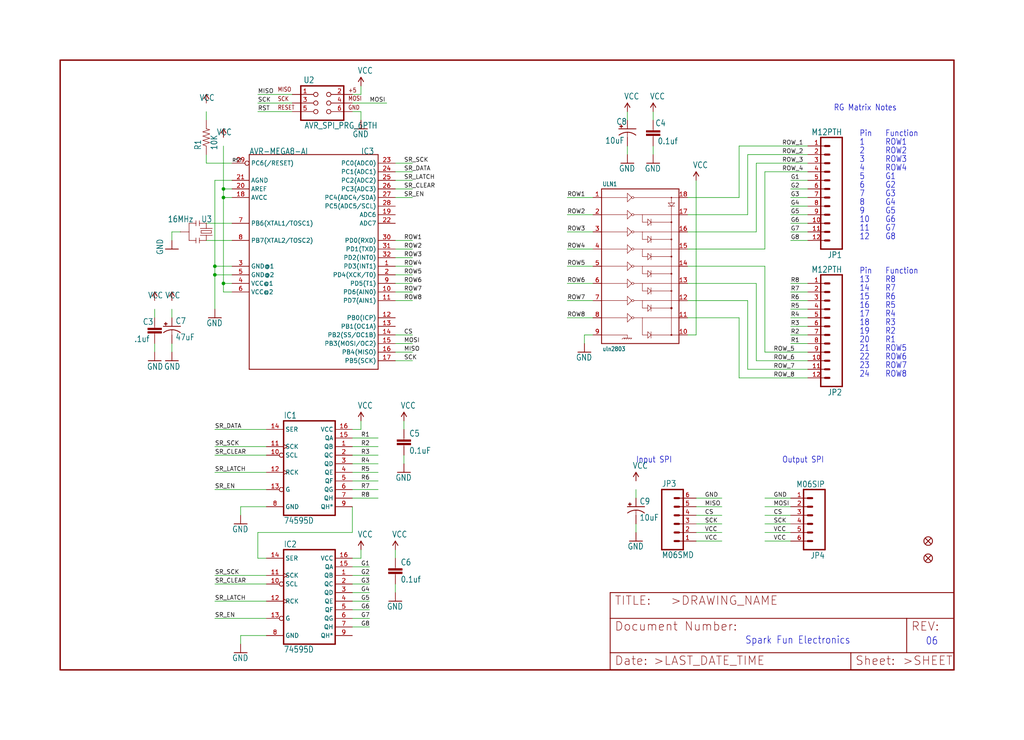
<source format=kicad_sch>
(kicad_sch (version 20211123) (generator eeschema)
  (paper "User" 302.666 218.846)
  (lib_symbols
    (symbol "schematicEagle-eagle-import:74595D"
      (property "Reference" "IC" (at -5.08 13.335 0))
      (property "Value" "74595D" (at -5.08 -17.78 0))
      (symbol "74595D_1_0"
        (pin tri_state line (at 15.24 5.08 180) (length 5.08) (name "QB") (number "1"))
        (pin input inverted (at -10.16 2.54 0) (length 5.08) (name "SCL") (number "10"))
        (pin input clock (at -10.16 5.08 0) (length 5.08) (name "SCK") (number "11"))
        (pin input clock (at -10.16 -2.54 0) (length 5.08) (name "RCK") (number "12"))
        (pin input inverted (at -10.16 -7.62 0) (length 5.08) (name "G") (number "13"))
        (pin input line (at -10.16 10.16 0) (length 5.08) (name "SER") (number "14"))
        (pin tri_state line (at 15.24 7.62 180) (length 5.08) (name "QA") (number "15"))
        (pin power_in line (at 15.24 10.16 180) (length 5.08) (name "VCC") (number "16"))
        (pin tri_state line (at 15.24 2.54 180) (length 5.08) (name "QC") (number "2"))
        (pin tri_state line (at 15.24 0 180) (length 5.08) (name "QD") (number "3"))
        (pin tri_state line (at 15.24 -2.54 180) (length 5.08) (name "QE") (number "4"))
        (pin tri_state line (at 15.24 -5.08 180) (length 5.08) (name "QF") (number "5"))
        (pin tri_state line (at 15.24 -7.62 180) (length 5.08) (name "QG") (number "6"))
        (pin tri_state line (at 15.24 -10.16 180) (length 5.08) (name "QH") (number "7"))
        (pin power_in line (at -10.16 -12.7 0) (length 5.08) (name "GND") (number "8"))
        (pin tri_state line (at 15.24 -12.7 180) (length 5.08) (name "QH*") (number "9"))
      )
    )
    (symbol "schematicEagle-eagle-import:AVR-MEGA8-AI"
      (property "Reference" "IC" (at -17.78 -40.64 0))
      (property "Value" "AVR-MEGA8-AI" (at -5.08 30.48 0))
      (symbol "AVR-MEGA8-AI_1_0"
        (pin bidirectional line (at 25.4 -5.08 180) (length 5.08) (name "PD3(INT1)") (number "1"))
        (pin bidirectional line (at 25.4 -12.7 180) (length 5.08) (name "PD6(AIN0)") (number "10"))
        (pin bidirectional line (at 25.4 -15.24 180) (length 5.08) (name "PD7(AIN1)") (number "11"))
        (pin bidirectional line (at 25.4 -20.32 180) (length 5.08) (name "PB0(ICP)") (number "12"))
        (pin bidirectional line (at 25.4 -22.86 180) (length 5.08) (name "PB1(OC1A)") (number "13"))
        (pin bidirectional line (at 25.4 -25.4 180) (length 5.08) (name "PB2(SS/OC1B)") (number "14"))
        (pin bidirectional line (at 25.4 -27.94 180) (length 5.08) (name "PB3(MOSI/OC2)") (number "15"))
        (pin bidirectional line (at 25.4 -30.48 180) (length 5.08) (name "PB4(MISO)") (number "16"))
        (pin bidirectional line (at 25.4 -33.02 180) (length 5.08) (name "PB5(SCK)") (number "17"))
        (pin bidirectional line (at -22.86 15.24 0) (length 5.08) (name "AVCC") (number "18"))
        (pin bidirectional line (at 25.4 10.16 180) (length 5.08) (name "ADC6") (number "19"))
        (pin bidirectional line (at 25.4 -7.62 180) (length 5.08) (name "PD4(XCK/T0)") (number "2"))
        (pin bidirectional line (at -22.86 17.78 0) (length 5.08) (name "AREF") (number "20"))
        (pin bidirectional line (at -22.86 20.32 0) (length 5.08) (name "AGND") (number "21"))
        (pin bidirectional line (at 25.4 7.62 180) (length 5.08) (name "ADC7") (number "22"))
        (pin bidirectional line (at 25.4 25.4 180) (length 5.08) (name "PC0(ADC0)") (number "23"))
        (pin bidirectional line (at 25.4 22.86 180) (length 5.08) (name "PC1(ADC1)") (number "24"))
        (pin bidirectional line (at 25.4 20.32 180) (length 5.08) (name "PC2(ADC2)") (number "25"))
        (pin bidirectional line (at 25.4 17.78 180) (length 5.08) (name "PC3(ADC3)") (number "26"))
        (pin bidirectional line (at 25.4 15.24 180) (length 5.08) (name "PC4(ADC4/SDA)") (number "27"))
        (pin bidirectional line (at 25.4 12.7 180) (length 5.08) (name "PC5(ADC5/SCL)") (number "28"))
        (pin bidirectional inverted (at -22.86 25.4 0) (length 5.08) (name "PC6(/RESET)") (number "29"))
        (pin bidirectional line (at -22.86 -5.08 0) (length 5.08) (name "GND@1") (number "3"))
        (pin bidirectional line (at 25.4 2.54 180) (length 5.08) (name "PD0(RXD)") (number "30"))
        (pin bidirectional line (at 25.4 0 180) (length 5.08) (name "PD1(TXD)") (number "31"))
        (pin bidirectional line (at 25.4 -2.54 180) (length 5.08) (name "PD2(INT0)") (number "32"))
        (pin bidirectional line (at -22.86 -10.16 0) (length 5.08) (name "VCC@1") (number "4"))
        (pin bidirectional line (at -22.86 -7.62 0) (length 5.08) (name "GND@2") (number "5"))
        (pin bidirectional line (at -22.86 -12.7 0) (length 5.08) (name "VCC@2") (number "6"))
        (pin bidirectional line (at -22.86 7.62 0) (length 5.08) (name "PB6(XTAL1/TOSC1)") (number "7"))
        (pin bidirectional line (at -22.86 2.54 0) (length 5.08) (name "PB7(XTAL2/TOSC2)") (number "8"))
        (pin bidirectional line (at 25.4 -10.16 180) (length 5.08) (name "PD5(T1)") (number "9"))
      )
    )
    (symbol "schematicEagle-eagle-import:AVR_SPI_PRG_6PTH"
      (property "Value" "AVR_SPI_PRG_6PTH" (at -4.064 -7.62 0))
      (symbol "AVR_SPI_PRG_6PTH_1_0"
        (text "+5" (at 8.89 3.048 0) (effects (font (size 1.27 1.0795)) (justify left bottom)))
        (text "GND" (at 8.89 -2.032 0) (effects (font (size 1.27 1.0795)) (justify left bottom)))
        (text "MISO" (at -11.938 3.302 0) (effects (font (size 1.27 1.0795)) (justify left bottom)))
        (text "MOSI" (at 8.89 0.635 0) (effects (font (size 1.27 1.0795)) (justify left bottom)))
        (text "RESET" (at -11.938 -2.032 0) (effects (font (size 1.27 1.0795)) (justify left bottom)))
        (text "SCK" (at -11.938 0.508 0) (effects (font (size 1.27 1.0795)) (justify left bottom)))
        (pin passive inverted (at -7.62 2.54 0) (length 7.62) (name "1") (number "1"))
        (pin passive inverted (at 10.16 2.54 180) (length 7.62) (name "2") (number "2"))
        (pin passive inverted (at -7.62 0 0) (length 7.62) (name "3") (number "3"))
        (pin passive inverted (at 10.16 0 180) (length 7.62) (name "4") (number "4"))
        (pin passive inverted (at -7.62 -2.54 0) (length 7.62) (name "5") (number "5"))
        (pin passive inverted (at 10.16 -2.54 180) (length 7.62) (name "6") (number "6"))
      )
    )
    (symbol "schematicEagle-eagle-import:CAP0402"
      (property "Reference" "C" (at 1.524 2.921 0))
      (property "Value" "CAP0402" (at 1.524 -2.159 0))
      (symbol "CAP0402_1_0"
        (pin passive line (at 0 5.08 270) (length 2.54) (name "1") (number "1"))
        (pin passive line (at 0 -2.54 90) (length 2.54) (name "2") (number "2"))
      )
    )
    (symbol "schematicEagle-eagle-import:CAP_POL1206"
      (property "Reference" "C" (at 1.016 0.635 0))
      (property "Value" "CAP_POL1206" (at 1.016 -4.191 0))
      (symbol "CAP_POL1206_1_0"
        (pin passive line (at 0 2.54 270) (length 2.54) (name "+") (number "A"))
        (pin passive line (at 0 -5.08 90) (length 2.54) (name "-") (number "C"))
      )
    )
    (symbol "schematicEagle-eagle-import:CAP_POL3528"
      (property "Reference" "C" (at 1.016 0.635 0))
      (property "Value" "CAP_POL3528" (at 1.016 -4.191 0))
      (symbol "CAP_POL3528_1_0"
        (pin passive line (at 0 2.54 270) (length 2.54) (name "+") (number "A"))
        (pin passive line (at 0 -5.08 90) (length 2.54) (name "-") (number "C"))
      )
    )
    (symbol "schematicEagle-eagle-import:DINA4_L"
      (symbol "DINA4_L_2_0"
        (text ">DRAWING_NAME" (at 17.78 19.05 0) (effects (font (size 2.54 2.54)) (justify left bottom)))
        (text ">LAST_DATE_TIME" (at 12.7 1.27 0) (effects (font (size 2.54 2.54)) (justify left bottom)))
        (text ">SHEET" (at 86.36 1.27 0) (effects (font (size 2.54 2.54)) (justify left bottom)))
        (text "Date:" (at 1.27 1.27 0) (effects (font (size 2.54 2.54)) (justify left bottom)))
        (text "Document Number:" (at 1.27 11.43 0) (effects (font (size 2.54 2.54)) (justify left bottom)))
        (text "REV:" (at 88.9 11.43 0) (effects (font (size 2.54 2.54)) (justify left bottom)))
        (text "Sheet:" (at 72.39 1.27 0) (effects (font (size 2.54 2.54)) (justify left bottom)))
        (text "TITLE:" (at 1.27 19.05 0) (effects (font (size 2.54 2.54)) (justify left bottom)))
      )
    )
    (symbol "schematicEagle-eagle-import:FIDUCIAL1X2")
    (symbol "schematicEagle-eagle-import:GND" (power)
      (property "Value" "GND" (at -2.54 -2.54 0))
      (symbol "GND_1_0"
        (pin power_in line (at 0 2.54 270) (length 2.54) (name "GND") (number "1"))
      )
    )
    (symbol "schematicEagle-eagle-import:M06SIP"
      (property "Reference" "JP" (at -5.08 10.922 0))
      (property "Value" "M06SIP" (at -5.08 -10.16 0))
      (symbol "M06SIP_1_0"
        (pin passive line (at 5.08 -5.08 180) (length 5.08) (name "1") (number "1"))
        (pin passive line (at 5.08 -2.54 180) (length 5.08) (name "2") (number "2"))
        (pin passive line (at 5.08 0 180) (length 5.08) (name "3") (number "3"))
        (pin passive line (at 5.08 2.54 180) (length 5.08) (name "4") (number "4"))
        (pin passive line (at 5.08 5.08 180) (length 5.08) (name "5") (number "5"))
        (pin passive line (at 5.08 7.62 180) (length 5.08) (name "6") (number "6"))
      )
    )
    (symbol "schematicEagle-eagle-import:M06SMD"
      (property "Reference" "JP" (at -5.08 10.922 0))
      (property "Value" "M06SMD" (at -5.08 -10.16 0))
      (symbol "M06SMD_1_0"
        (pin passive line (at 5.08 -5.08 180) (length 5.08) (name "1") (number "1"))
        (pin passive line (at 5.08 -2.54 180) (length 5.08) (name "2") (number "2"))
        (pin passive line (at 5.08 0 180) (length 5.08) (name "3") (number "3"))
        (pin passive line (at 5.08 2.54 180) (length 5.08) (name "4") (number "4"))
        (pin passive line (at 5.08 5.08 180) (length 5.08) (name "5") (number "5"))
        (pin passive line (at 5.08 7.62 180) (length 5.08) (name "6") (number "6"))
      )
    )
    (symbol "schematicEagle-eagle-import:M12PTH"
      (property "Reference" "JP" (at 0 16.002 0))
      (property "Value" "M12PTH" (at 0 -20.32 0))
      (symbol "M12PTH_1_0"
        (pin passive line (at 10.16 -15.24 180) (length 5.08) (name "1") (number "1"))
        (pin passive line (at 10.16 7.62 180) (length 5.08) (name "10") (number "10"))
        (pin passive line (at 10.16 10.16 180) (length 5.08) (name "11") (number "11"))
        (pin passive line (at 10.16 12.7 180) (length 5.08) (name "12") (number "12"))
        (pin passive line (at 10.16 -12.7 180) (length 5.08) (name "2") (number "2"))
        (pin passive line (at 10.16 -10.16 180) (length 5.08) (name "3") (number "3"))
        (pin passive line (at 10.16 -7.62 180) (length 5.08) (name "4") (number "4"))
        (pin passive line (at 10.16 -5.08 180) (length 5.08) (name "5") (number "5"))
        (pin passive line (at 10.16 -2.54 180) (length 5.08) (name "6") (number "6"))
        (pin passive line (at 10.16 0 180) (length 5.08) (name "7") (number "7"))
        (pin passive line (at 10.16 2.54 180) (length 5.08) (name "8") (number "8"))
        (pin passive line (at 10.16 5.08 180) (length 5.08) (name "9") (number "9"))
      )
    )
    (symbol "schematicEagle-eagle-import:RESISTOR0402"
      (property "Reference" "R" (at -3.81 1.4986 0))
      (property "Value" "RESISTOR0402" (at -3.81 -3.302 0))
      (symbol "RESISTOR0402_1_0"
        (pin passive line (at -5.08 0 0) (length 2.54) (name "1") (number "1"))
        (pin passive line (at 5.08 0 180) (length 2.54) (name "2") (number "2"))
      )
    )
    (symbol "schematicEagle-eagle-import:RESONATORSMD"
      (property "Value" "RESONATORSMD" (at 2.54 -7.62 0))
      (symbol "RESONATORSMD_1_0"
        (pin passive line (at -2.54 0 0) (length 0) (name "1") (number "1"))
        (pin passive line (at 0 -7.62 90) (length 0) (name "2") (number "2"))
        (pin passive line (at 2.54 0 180) (length 0) (name "3") (number "3"))
      )
    )
    (symbol "schematicEagle-eagle-import:ULN2803SOICW"
      (property "Reference" "ULN2803" (at -9.906 21.082 0))
      (property "Value" "ULN2803SOICW" (at -9.906 -27.686 0))
      (symbol "ULN2803SOICW_1_0"
        (pin bidirectional line (at -12.7 17.78 0) (length 2.54) (name "1") (number "1"))
        (pin bidirectional line (at 15.24 -22.86 180) (length 2.54) (name "10") (number "10"))
        (pin bidirectional line (at 15.24 -17.78 180) (length 2.54) (name "11") (number "11"))
        (pin bidirectional line (at 15.24 -12.7 180) (length 2.54) (name "12") (number "12"))
        (pin bidirectional line (at 15.24 -7.62 180) (length 2.54) (name "13") (number "13"))
        (pin bidirectional line (at 15.24 -2.54 180) (length 2.54) (name "14") (number "14"))
        (pin bidirectional line (at 15.24 2.54 180) (length 2.54) (name "15") (number "15"))
        (pin bidirectional line (at 15.24 7.62 180) (length 2.54) (name "16") (number "16"))
        (pin bidirectional line (at 15.24 12.7 180) (length 2.54) (name "17") (number "17"))
        (pin bidirectional line (at 15.24 17.78 180) (length 2.54) (name "18") (number "18"))
        (pin bidirectional line (at -12.7 12.7 0) (length 2.54) (name "2") (number "2"))
        (pin bidirectional line (at -12.7 7.62 0) (length 2.54) (name "3") (number "3"))
        (pin bidirectional line (at -12.7 2.54 0) (length 2.54) (name "4") (number "4"))
        (pin bidirectional line (at -12.7 -2.54 0) (length 2.54) (name "5") (number "5"))
        (pin bidirectional line (at -12.7 -7.62 0) (length 2.54) (name "6") (number "6"))
        (pin bidirectional line (at -12.7 -12.7 0) (length 2.54) (name "7") (number "7"))
        (pin bidirectional line (at -12.7 -17.78 0) (length 2.54) (name "8") (number "8"))
        (pin bidirectional line (at -12.7 -22.86 0) (length 2.54) (name "9") (number "9"))
      )
    )
    (symbol "schematicEagle-eagle-import:VCC" (power)
      (property "Value" "VCC" (at -1.016 3.556 0))
      (symbol "VCC_1_0"
        (pin power_in line (at 0 0 90) (length 2.54) (name "VCC") (number "1"))
      )
    )
  )
  (junction (at 66.04 58.42))
  (junction (at 66.04 55.88))
  (junction (at 66.04 83.82))
  (junction (at 63.5 78.74))
  (junction (at 63.5 81.28))
  (wire (pts (xy 104.14 33.02) (xy 106.68 33.02)))
  (wire (pts (xy 106.68 127) (xy 106.68 124.46)))
  (wire (pts (xy 175.26 88.9) (xy 167.64 88.9)))
  (wire (pts (xy 78.74 127) (xy 63.5 127)))
  (wire (pts (xy 119.38 137.16) (xy 119.38 134.62)))
  (wire (pts (xy 68.58 48.26) (xy 66.04 48.26)))
  (wire (pts (xy 78.74 144.78) (xy 63.5 144.78)))
  (wire (pts (xy 78.74 177.8) (xy 63.5 177.8)))
  (wire (pts (xy 220.98 63.5) (xy 220.98 45.72)))
  (wire (pts (xy 78.74 182.88) (xy 63.5 182.88)))
  (wire (pts (xy 218.44 58.42) (xy 218.44 43.18)))
  (wire (pts (xy 106.68 27.94) (xy 104.14 27.94)))
  (wire (pts (xy 50.8 68.58) (xy 50.8 71.12)))
  (wire (pts (xy 106.68 27.94) (xy 106.68 25.4)))
  (wire (pts (xy 116.84 165.1) (xy 116.84 162.56)))
  (wire (pts (xy 104.14 139.7) (xy 111.76 139.7)))
  (wire (pts (xy 187.96 144.78) (xy 187.96 147.32)))
  (wire (pts (xy 205.74 147.32) (xy 213.36 147.32)))
  (wire (pts (xy 238.76 68.58) (xy 233.68 68.58)))
  (wire (pts (xy 238.76 93.98) (xy 233.68 93.98)))
  (wire (pts (xy 175.26 83.82) (xy 167.64 83.82)))
  (wire (pts (xy 76.2 33.02) (xy 86.36 33.02)))
  (wire (pts (xy 104.14 137.16) (xy 111.76 137.16)))
  (wire (pts (xy 116.84 83.82) (xy 121.92 83.82)))
  (wire (pts (xy 116.84 55.88) (xy 121.92 55.88)))
  (wire (pts (xy 233.68 149.86) (xy 226.06 149.86)))
  (wire (pts (xy 238.76 53.34) (xy 233.68 53.34)))
  (wire (pts (xy 238.76 60.96) (xy 233.68 60.96)))
  (wire (pts (xy 226.06 78.74) (xy 226.06 104.14)))
  (wire (pts (xy 104.14 182.88) (xy 109.22 182.88)))
  (wire (pts (xy 116.84 50.8) (xy 121.92 50.8)))
  (wire (pts (xy 68.58 81.28) (xy 63.5 81.28)))
  (wire (pts (xy 78.74 132.08) (xy 63.5 132.08)))
  (wire (pts (xy 104.14 180.34) (xy 109.22 180.34)))
  (wire (pts (xy 104.14 185.42) (xy 109.22 185.42)))
  (wire (pts (xy 116.84 99.06) (xy 121.92 99.06)))
  (wire (pts (xy 193.04 35.56) (xy 193.04 33.02)))
  (wire (pts (xy 104.14 147.32) (xy 111.76 147.32)))
  (wire (pts (xy 63.5 81.28) (xy 63.5 91.44)))
  (wire (pts (xy 175.26 58.42) (xy 167.64 58.42)))
  (wire (pts (xy 220.98 109.22) (xy 220.98 88.9)))
  (wire (pts (xy 116.84 58.42) (xy 121.92 58.42)))
  (wire (pts (xy 203.2 63.5) (xy 220.98 63.5)))
  (wire (pts (xy 104.14 134.62) (xy 111.76 134.62)))
  (wire (pts (xy 218.44 43.18) (xy 238.76 43.18)))
  (wire (pts (xy 78.74 170.18) (xy 63.5 170.18)))
  (wire (pts (xy 78.74 172.72) (xy 63.5 172.72)))
  (wire (pts (xy 175.26 93.98) (xy 167.64 93.98)))
  (wire (pts (xy 205.74 99.06) (xy 205.74 53.34)))
  (wire (pts (xy 78.74 149.86) (xy 71.12 149.86)))
  (wire (pts (xy 226.06 50.8) (xy 238.76 50.8)))
  (wire (pts (xy 205.74 154.94) (xy 213.36 154.94)))
  (wire (pts (xy 78.74 134.62) (xy 63.5 134.62)))
  (wire (pts (xy 238.76 66.04) (xy 233.68 66.04)))
  (wire (pts (xy 175.26 73.66) (xy 167.64 73.66)))
  (wire (pts (xy 223.52 83.82) (xy 223.52 106.68)))
  (wire (pts (xy 66.04 86.36) (xy 66.04 83.82)))
  (wire (pts (xy 203.2 99.06) (xy 205.74 99.06)))
  (wire (pts (xy 220.98 45.72) (xy 238.76 45.72)))
  (wire (pts (xy 205.74 157.48) (xy 213.36 157.48)))
  (wire (pts (xy 205.74 152.4) (xy 213.36 152.4)))
  (wire (pts (xy 53.34 68.58) (xy 50.8 68.58)))
  (wire (pts (xy 104.14 170.18) (xy 109.22 170.18)))
  (wire (pts (xy 116.84 175.26) (xy 116.84 172.72)))
  (wire (pts (xy 63.5 78.74) (xy 63.5 81.28)))
  (wire (pts (xy 66.04 83.82) (xy 66.04 58.42)))
  (wire (pts (xy 172.72 99.06) (xy 172.72 101.6)))
  (wire (pts (xy 76.2 30.48) (xy 86.36 30.48)))
  (wire (pts (xy 223.52 106.68) (xy 238.76 106.68)))
  (wire (pts (xy 76.2 157.48) (xy 104.14 157.48)))
  (wire (pts (xy 104.14 30.48) (xy 114.3 30.48)))
  (wire (pts (xy 116.84 78.74) (xy 121.92 78.74)))
  (wire (pts (xy 50.8 93.98) (xy 50.8 91.44)))
  (wire (pts (xy 238.76 99.06) (xy 233.68 99.06)))
  (wire (pts (xy 116.84 88.9) (xy 121.92 88.9)))
  (wire (pts (xy 116.84 106.68) (xy 121.92 106.68)))
  (wire (pts (xy 68.58 55.88) (xy 66.04 55.88)))
  (wire (pts (xy 116.84 81.28) (xy 121.92 81.28)))
  (wire (pts (xy 45.72 93.98) (xy 45.72 91.44)))
  (wire (pts (xy 68.58 78.74) (xy 63.5 78.74)))
  (wire (pts (xy 104.14 142.24) (xy 111.76 142.24)))
  (wire (pts (xy 175.26 99.06) (xy 172.72 99.06)))
  (wire (pts (xy 104.14 132.08) (xy 111.76 132.08)))
  (wire (pts (xy 104.14 165.1) (xy 106.68 165.1)))
  (wire (pts (xy 238.76 55.88) (xy 233.68 55.88)))
  (wire (pts (xy 76.2 165.1) (xy 76.2 157.48)))
  (wire (pts (xy 68.58 83.82) (xy 66.04 83.82)))
  (wire (pts (xy 116.84 104.14) (xy 121.92 104.14)))
  (wire (pts (xy 60.96 48.26) (xy 60.96 45.72)))
  (wire (pts (xy 71.12 187.96) (xy 71.12 190.5)))
  (wire (pts (xy 66.04 48.26) (xy 60.96 48.26)))
  (wire (pts (xy 116.84 48.26) (xy 121.92 48.26)))
  (wire (pts (xy 238.76 83.82) (xy 233.68 83.82)))
  (wire (pts (xy 226.06 73.66) (xy 226.06 50.8)))
  (wire (pts (xy 218.44 93.98) (xy 218.44 111.76)))
  (wire (pts (xy 78.74 139.7) (xy 63.5 139.7)))
  (wire (pts (xy 104.14 167.64) (xy 109.22 167.64)))
  (wire (pts (xy 185.42 33.02) (xy 185.42 35.56)))
  (wire (pts (xy 68.58 66.04) (xy 60.96 66.04)))
  (wire (pts (xy 78.74 165.1) (xy 76.2 165.1)))
  (wire (pts (xy 238.76 58.42) (xy 233.68 58.42)))
  (wire (pts (xy 238.76 71.12) (xy 233.68 71.12)))
  (wire (pts (xy 203.2 93.98) (xy 218.44 93.98)))
  (wire (pts (xy 119.38 127) (xy 119.38 124.46)))
  (wire (pts (xy 104.14 172.72) (xy 109.22 172.72)))
  (wire (pts (xy 104.14 127) (xy 106.68 127)))
  (wire (pts (xy 66.04 48.26) (xy 66.04 55.88)))
  (wire (pts (xy 175.26 68.58) (xy 167.64 68.58)))
  (wire (pts (xy 106.68 33.02) (xy 106.68 35.56)))
  (wire (pts (xy 203.2 68.58) (xy 223.52 68.58)))
  (wire (pts (xy 223.52 48.26) (xy 238.76 48.26)))
  (wire (pts (xy 116.84 53.34) (xy 121.92 53.34)))
  (wire (pts (xy 193.04 45.72) (xy 193.04 43.18)))
  (wire (pts (xy 238.76 88.9) (xy 233.68 88.9)))
  (wire (pts (xy 116.84 86.36) (xy 121.92 86.36)))
  (wire (pts (xy 203.2 83.82) (xy 223.52 83.82)))
  (wire (pts (xy 187.96 154.94) (xy 187.96 157.48)))
  (wire (pts (xy 45.72 101.6) (xy 45.72 104.14)))
  (wire (pts (xy 116.84 71.12) (xy 121.92 71.12)))
  (wire (pts (xy 238.76 96.52) (xy 233.68 96.52)))
  (wire (pts (xy 104.14 144.78) (xy 111.76 144.78)))
  (wire (pts (xy 238.76 86.36) (xy 233.68 86.36)))
  (wire (pts (xy 116.84 76.2) (xy 121.92 76.2)))
  (wire (pts (xy 66.04 48.26) (xy 66.04 43.18)))
  (wire (pts (xy 60.96 35.56) (xy 60.96 33.02)))
  (wire (pts (xy 238.76 63.5) (xy 233.68 63.5)))
  (wire (pts (xy 104.14 129.54) (xy 111.76 129.54)))
  (wire (pts (xy 68.58 86.36) (xy 66.04 86.36)))
  (wire (pts (xy 233.68 152.4) (xy 226.06 152.4)))
  (wire (pts (xy 233.68 154.94) (xy 226.06 154.94)))
  (wire (pts (xy 205.74 160.02) (xy 213.36 160.02)))
  (wire (pts (xy 203.2 58.42) (xy 218.44 58.42)))
  (wire (pts (xy 76.2 27.94) (xy 86.36 27.94)))
  (wire (pts (xy 220.98 88.9) (xy 203.2 88.9)))
  (wire (pts (xy 116.84 73.66) (xy 121.92 73.66)))
  (wire (pts (xy 78.74 187.96) (xy 71.12 187.96)))
  (wire (pts (xy 175.26 63.5) (xy 167.64 63.5)))
  (wire (pts (xy 50.8 101.6) (xy 50.8 104.14)))
  (wire (pts (xy 238.76 104.14) (xy 226.06 104.14)))
  (wire (pts (xy 205.74 149.86) (xy 213.36 149.86)))
  (wire (pts (xy 116.84 101.6) (xy 121.92 101.6)))
  (wire (pts (xy 223.52 68.58) (xy 223.52 48.26)))
  (wire (pts (xy 218.44 111.76) (xy 238.76 111.76)))
  (wire (pts (xy 203.2 73.66) (xy 226.06 73.66)))
  (wire (pts (xy 71.12 149.86) (xy 71.12 152.4)))
  (wire (pts (xy 106.68 165.1) (xy 106.68 162.56)))
  (wire (pts (xy 175.26 78.74) (xy 167.64 78.74)))
  (wire (pts (xy 104.14 157.48) (xy 104.14 149.86)))
  (wire (pts (xy 233.68 147.32) (xy 226.06 147.32)))
  (wire (pts (xy 63.5 53.34) (xy 63.5 78.74)))
  (wire (pts (xy 185.42 45.72) (xy 185.42 43.18)))
  (wire (pts (xy 68.58 58.42) (xy 66.04 58.42)))
  (wire (pts (xy 238.76 101.6) (xy 233.68 101.6)))
  (wire (pts (xy 68.58 53.34) (xy 63.5 53.34)))
  (wire (pts (xy 238.76 91.44) (xy 233.68 91.44)))
  (wire (pts (xy 226.06 78.74) (xy 203.2 78.74)))
  (wire (pts (xy 233.68 160.02) (xy 226.06 160.02)))
  (wire (pts (xy 66.04 58.42) (xy 66.04 55.88)))
  (wire (pts (xy 238.76 109.22) (xy 220.98 109.22)))
  (wire (pts (xy 233.68 157.48) (xy 226.06 157.48)))
  (wire (pts (xy 104.14 177.8) (xy 109.22 177.8)))
  (wire (pts (xy 68.58 71.12) (xy 60.96 71.12)))
  (wire (pts (xy 104.14 175.26) (xy 109.22 175.26)))
  (text "2" (at 254 45.72 180) (effects (font (size 1.778 1.5113)) (justify left bottom)))
  (text "R2" (at 261.62 99.06 180) (effects (font (size 1.778 1.5113)) (justify left bottom)))
  (text "G1" (at 261.62 53.34 180) (effects (font (size 1.778 1.5113)) (justify left bottom)))
  (text "5" (at 254 53.34 180) (effects (font (size 1.778 1.5113)) (justify left bottom)))
  (text "G8" (at 261.62 71.12 180) (effects (font (size 1.778 1.5113)) (justify left bottom)))
  (text "G3" (at 261.62 58.42 180) (effects (font (size 1.778 1.5113)) (justify left bottom)))
  (text "G4" (at 261.62 60.96 180) (effects (font (size 1.778 1.5113)) (justify left bottom)))
  (text "R5" (at 261.62 91.44 180) (effects (font (size 1.778 1.5113)) (justify left bottom)))
  (text "ROW7" (at 261.62 109.22 180) (effects (font (size 1.778 1.5113)) (justify left bottom)))
  (text "G6" (at 261.62 66.04 180) (effects (font (size 1.778 1.5113)) (justify left bottom)))
  (text "13" (at 254 83.82 180) (effects (font (size 1.778 1.5113)) (justify left bottom)))
  (text "ROW2" (at 261.62 45.72 180) (effects (font (size 1.778 1.5113)) (justify left bottom)))
  (text "16" (at 254 91.44 180) (effects (font (size 1.778 1.5113)) (justify left bottom)))
  (text "06" (at 273.558 191.008 180) (effects (font (size 2.1844 1.8567)) (justify left bottom)))
  (text "ROW4" (at 261.62 50.8 180) (effects (font (size 1.778 1.5113)) (justify left bottom)))
  (text "6" (at 254 55.88 180) (effects (font (size 1.778 1.5113)) (justify left bottom)))
  (text "10" (at 254 66.04 180) (effects (font (size 1.778 1.5113)) (justify left bottom)))
  (text "22" (at 254 106.68 180) (effects (font (size 1.778 1.5113)) (justify left bottom)))
  (text "24" (at 254 111.76 180) (effects (font (size 1.778 1.5113)) (justify left bottom)))
  (text "17" (at 254 93.98 180) (effects (font (size 1.778 1.5113)) (justify left bottom)))
  (text "21" (at 254 104.14 180) (effects (font (size 1.778 1.5113)) (justify left bottom)))
  (text "R1" (at 261.62 101.6 180) (effects (font (size 1.778 1.5113)) (justify left bottom)))
  (text "7" (at 254 58.42 180) (effects (font (size 1.778 1.5113)) (justify left bottom)))
  (text "R3" (at 261.62 96.52 180) (effects (font (size 1.778 1.5113)) (justify left bottom)))
  (text "9" (at 254 63.5 180) (effects (font (size 1.778 1.5113)) (justify left bottom)))
  (text "ROW5" (at 261.62 104.14 180) (effects (font (size 1.778 1.5113)) (justify left bottom)))
  (text "1" (at 254 43.18 180) (effects (font (size 1.778 1.5113)) (justify left bottom)))
  (text "23" (at 254 109.22 180) (effects (font (size 1.778 1.5113)) (justify left bottom)))
  (text "14" (at 254 86.36 180) (effects (font (size 1.778 1.5113)) (justify left bottom)))
  (text "G2" (at 261.62 55.88 180) (effects (font (size 1.778 1.5113)) (justify left bottom)))
  (text "G7" (at 261.62 68.58 180) (effects (font (size 1.778 1.5113)) (justify left bottom)))
  (text "R4" (at 261.62 93.98 180) (effects (font (size 1.778 1.5113)) (justify left bottom)))
  (text "R7" (at 261.62 86.36 180) (effects (font (size 1.778 1.5113)) (justify left bottom)))
  (text "G5" (at 261.62 63.5 180) (effects (font (size 1.778 1.5113)) (justify left bottom)))
  (text "8" (at 254 60.96 180) (effects (font (size 1.778 1.5113)) (justify left bottom)))
  (text "Pin" (at 254 40.64 180) (effects (font (size 1.778 1.5113)) (justify left bottom)))
  (text "Pin" (at 254 81.28 180) (effects (font (size 1.778 1.5113)) (justify left bottom)))
  (text "19" (at 254 99.06 180) (effects (font (size 1.778 1.5113)) (justify left bottom)))
  (text "ROW6" (at 261.62 106.68 180) (effects (font (size 1.778 1.5113)) (justify left bottom)))
  (text "18" (at 254 96.52 180) (effects (font (size 1.778 1.5113)) (justify left bottom)))
  (text "Function" (at 261.62 40.64 180) (effects (font (size 1.778 1.5113)) (justify left bottom)))
  (text "R8" (at 261.62 83.82 180) (effects (font (size 1.778 1.5113)) (justify left bottom)))
  (text "ROW1" (at 261.62 43.18 180) (effects (font (size 1.778 1.5113)) (justify left bottom)))
  (text "RG Matrix Notes" (at 246.38 33.02 180) (effects (font (size 1.778 1.5113)) (justify left bottom)))
  (text "R6" (at 261.62 88.9 180) (effects (font (size 1.778 1.5113)) (justify left bottom)))
  (text "15" (at 254 88.9 180) (effects (font (size 1.778 1.5113)) (justify left bottom)))
  (text "12" (at 254 71.12 180) (effects (font (size 1.778 1.5113)) (justify left bottom)))
  (text "ROW3" (at 261.62 48.26 180) (effects (font (size 1.778 1.5113)) (justify left bottom)))
  (text "11" (at 254 68.58 180) (effects (font (size 1.778 1.5113)) (justify left bottom)))
  (text "Input SPI" (at 187.96 137.16 180) (effects (font (size 1.778 1.5113)) (justify left bottom)))
  (text "Output SPI" (at 231.14 137.16 180) (effects (font (size 1.778 1.5113)) (justify left bottom)))
  (text "Function" (at 261.62 81.28 180) (effects (font (size 1.778 1.5113)) (justify left bottom)))
  (text "4" (at 254 50.8 180) (effects (font (size 1.778 1.5113)) (justify left bottom)))
  (text "Spark Fun Electronics" (at 220.218 190.754 180) (effects (font (size 2.1844 1.8567)) (justify left bottom)))
  (text "20" (at 254 101.6 180) (effects (font (size 1.778 1.5113)) (justify left bottom)))
  (text "3" (at 254 48.26 180) (effects (font (size 1.778 1.5113)) (justify left bottom)))
  (text "ROW8" (at 261.62 111.76 180) (effects (font (size 1.778 1.5113)) (justify left bottom)))
  (label "ROW_8" (at 228.6 111.76 0) (effects (font (size 1.2446 1.2446))))
  (label "RST" (at 76.2 33.02 0) (effects (font (size 1.2446 1.2446))))
  (label "R8" (at 233.68 83.82 0) (effects (font (size 1.2446 1.2446))))
  (label "SR_CLEAR" (at 63.5 172.72 0) (effects (font (size 1.2446 1.2446))))
  (label "VCC" (at 208.28 160.02 0) (effects (font (size 1.2446 1.2446))))
  (label "ROW_4" (at 231.14 50.8 0) (effects (font (size 1.2446 1.2446))))
  (label "ROW_7" (at 228.6 109.22 0) (effects (font (size 1.2446 1.2446))))
  (label "SR_CLEAR" (at 119.38 55.88 0) (effects (font (size 1.2446 1.2446))))
  (label "SR_EN" (at 63.5 144.78 0) (effects (font (size 1.2446 1.2446))))
  (label "ROW3" (at 167.64 68.58 0) (effects (font (size 1.2446 1.2446))))
  (label "ROW_3" (at 231.14 48.26 0) (effects (font (size 1.2446 1.2446))))
  (label "ROW7" (at 167.64 88.9 0) (effects (font (size 1.2446 1.2446))))
  (label "R7" (at 106.68 144.78 0) (effects (font (size 1.2446 1.2446))))
  (label "MISO" (at 208.28 149.86 0) (effects (font (size 1.2446 1.2446))))
  (label "SCK" (at 119.38 106.68 0) (effects (font (size 1.2446 1.2446))))
  (label "G8" (at 233.68 71.12 0) (effects (font (size 1.2446 1.2446))))
  (label "MOSI" (at 119.38 101.6 0) (effects (font (size 1.2446 1.2446))))
  (label "SR_SCK" (at 63.5 132.08 0) (effects (font (size 1.2446 1.2446))))
  (label "G8" (at 106.68 185.42 0) (effects (font (size 1.2446 1.2446))))
  (label "G2" (at 233.68 55.88 0) (effects (font (size 1.2446 1.2446))))
  (label "R8" (at 106.68 147.32 0) (effects (font (size 1.2446 1.2446))))
  (label "SR_LATCH" (at 63.5 177.8 0) (effects (font (size 1.2446 1.2446))))
  (label "ROW5" (at 119.38 81.28 0) (effects (font (size 1.2446 1.2446))))
  (label "GND" (at 228.6 147.32 0) (effects (font (size 1.2446 1.2446))))
  (label "SR_SCK" (at 63.5 170.18 0) (effects (font (size 1.2446 1.2446))))
  (label "ROW4" (at 167.64 73.66 0) (effects (font (size 1.2446 1.2446))))
  (label "G7" (at 233.68 68.58 0) (effects (font (size 1.2446 1.2446))))
  (label "SR_DATA" (at 63.5 127 0) (effects (font (size 1.2446 1.2446))))
  (label "MOSI" (at 109.22 30.48 0) (effects (font (size 1.2446 1.2446))))
  (label "R7" (at 233.68 86.36 0) (effects (font (size 1.2446 1.2446))))
  (label "R2" (at 233.68 99.06 0) (effects (font (size 1.2446 1.2446))))
  (label "G4" (at 106.68 175.26 0) (effects (font (size 1.2446 1.2446))))
  (label "G2" (at 106.68 170.18 0) (effects (font (size 1.2446 1.2446))))
  (label "R3" (at 233.68 96.52 0) (effects (font (size 1.2446 1.2446))))
  (label "CS" (at 119.38 99.06 0) (effects (font (size 1.2446 1.2446))))
  (label "ROW8" (at 119.38 88.9 0) (effects (font (size 1.2446 1.2446))))
  (label "G3" (at 106.68 172.72 0) (effects (font (size 1.2446 1.2446))))
  (label "SCK" (at 76.2 30.48 0) (effects (font (size 1.2446 1.2446))))
  (label "ROW2" (at 119.38 73.66 0) (effects (font (size 1.2446 1.2446))))
  (label "R2" (at 106.68 132.08 0) (effects (font (size 1.2446 1.2446))))
  (label "SR_CLEAR" (at 63.5 134.62 0) (effects (font (size 1.2446 1.2446))))
  (label "ROW6" (at 167.64 83.82 0) (effects (font (size 1.2446 1.2446))))
  (label "VCC" (at 208.28 157.48 0) (effects (font (size 1.2446 1.2446))))
  (label "GND" (at 208.28 147.32 0) (effects (font (size 1.2446 1.2446))))
  (label "SR_DATA" (at 119.38 50.8 0) (effects (font (size 1.2446 1.2446))))
  (label "SR_EN" (at 119.38 58.42 0) (effects (font (size 1.2446 1.2446))))
  (label "ROW_5" (at 228.6 104.14 0) (effects (font (size 1.2446 1.2446))))
  (label "R1" (at 106.68 129.54 0) (effects (font (size 1.2446 1.2446))))
  (label "SR_LATCH" (at 119.38 53.34 0) (effects (font (size 1.2446 1.2446))))
  (label "ROW4" (at 119.38 78.74 0) (effects (font (size 1.2446 1.2446))))
  (label "R6" (at 233.68 88.9 0) (effects (font (size 1.2446 1.2446))))
  (label "CS" (at 208.28 152.4 0) (effects (font (size 1.2446 1.2446))))
  (label "SCK" (at 228.6 154.94 0) (effects (font (size 1.2446 1.2446))))
  (label "ROW5" (at 167.64 78.74 0) (effects (font (size 1.2446 1.2446))))
  (label "G6" (at 106.68 180.34 0) (effects (font (size 1.2446 1.2446))))
  (label "MOSI" (at 228.6 149.86 0) (effects (font (size 1.2446 1.2446))))
  (label "MISO" (at 119.38 104.14 0) (effects (font (size 1.2446 1.2446))))
  (label "R4" (at 106.68 137.16 0) (effects (font (size 1.2446 1.2446))))
  (label "ROW2" (at 167.64 63.5 0) (effects (font (size 1.2446 1.2446))))
  (label "R5" (at 233.68 91.44 0) (effects (font (size 1.2446 1.2446))))
  (label "R6" (at 106.68 142.24 0) (effects (font (size 1.2446 1.2446))))
  (label "G1" (at 233.68 53.34 0) (effects (font (size 1.2446 1.2446))))
  (label "ROW1" (at 167.64 58.42 0) (effects (font (size 1.2446 1.2446))))
  (label "ROW1" (at 119.38 71.12 0) (effects (font (size 1.2446 1.2446))))
  (label "MISO" (at 76.2 27.94 0) (effects (font (size 1.2446 1.2446))))
  (label "ROW_6" (at 228.6 106.68 0) (effects (font (size 1.2446 1.2446))))
  (label "ROW_1" (at 231.14 43.18 0) (effects (font (size 1.2446 1.2446))))
  (label "ROW7" (at 119.38 86.36 0) (effects (font (size 1.2446 1.2446))))
  (label "ROW8" (at 167.64 93.98 0) (effects (font (size 1.2446 1.2446))))
  (label "SR_SCK" (at 119.38 48.26 0) (effects (font (size 1.2446 1.2446))))
  (label "G1" (at 106.68 167.64 0) (effects (font (size 1.2446 1.2446))))
  (label "G7" (at 106.68 182.88 0) (effects (font (size 1.2446 1.2446))))
  (label "RST" (at 68.58 48.26 0) (effects (font (size 1.016 1.016))))
  (label "R3" (at 106.68 134.62 0) (effects (font (size 1.2446 1.2446))))
  (label "SR_LATCH" (at 63.5 139.7 0) (effects (font (size 1.2446 1.2446))))
  (label "G6" (at 233.68 66.04 0) (effects (font (size 1.2446 1.2446))))
  (label "ROW6" (at 119.38 83.82 0) (effects (font (size 1.2446 1.2446))))
  (label "VCC" (at 228.6 157.48 0) (effects (font (size 1.2446 1.2446))))
  (label "G5" (at 233.68 63.5 0) (effects (font (size 1.2446 1.2446))))
  (label "SR_EN" (at 63.5 182.88 0) (effects (font (size 1.2446 1.2446))))
  (label "ROW3" (at 119.38 76.2 0) (effects (font (size 1.2446 1.2446))))
  (label "SCK" (at 208.28 154.94 0) (effects (font (size 1.2446 1.2446))))
  (label "R1" (at 233.68 101.6 0) (effects (font (size 1.2446 1.2446))))
  (label "G3" (at 233.68 58.42 0) (effects (font (size 1.2446 1.2446))))
  (label "G5" (at 106.68 177.8 0) (effects (font (size 1.2446 1.2446))))
  (label "VCC" (at 228.6 160.02 0) (effects (font (size 1.2446 1.2446))))
  (label "G4" (at 233.68 60.96 0) (effects (font (size 1.2446 1.2446))))
  (label "R4" (at 233.68 93.98 0) (effects (font (size 1.2446 1.2446))))
  (label "CS" (at 228.6 152.4 0) (effects (font (size 1.2446 1.2446))))
  (label "ROW_2" (at 231.14 45.72 0) (effects (font (size 1.2446 1.2446))))
  (label "R5" (at 106.68 139.7 0) (effects (font (size 1.2446 1.2446))))
  (symbol (lib_id "schematicEagle-eagle-import:VCC") (at 205.74 53.34 0) (unit 1)
    (property "Reference" "#P+4" (effects hide))
    (property "Value" "VCC" (at 204.724 49.784 0) (effects (font (size 1.778 1.5113)) (justify left bottom)))
    (property "Footprint" "schematicEagle:" (effects hide))
  )
  (symbol (lib_id "schematicEagle-eagle-import:FIDUCIAL1X2") (at 274.32 165.1 0) (unit 1)
    (property "Reference" "U$3" (effects hide))
    (property "Value" "FIDUCIAL1X2" (effects hide))
    (property "Footprint" "schematicEagle:FIDUCIAL-1X2" (effects hide))
  )
  (symbol (lib_id "schematicEagle-eagle-import:M06SMD") (at 200.66 154.94 0) (unit 1)
    (property "Reference" "JP3" (at 195.58 144.018 0) (effects (font (size 1.778 1.5113)) (justify left bottom)))
    (property "Value" "M06SMD" (at 195.58 165.1 0) (effects (font (size 1.778 1.5113)) (justify left bottom)))
    (property "Footprint" "schematicEagle:1X06-SMD" (effects hide))
  )
  (symbol (lib_id "schematicEagle-eagle-import:VCC") (at 119.38 124.46 0) (unit 1)
    (property "Reference" "#P+6" (effects hide))
    (property "Value" "VCC" (at 118.364 120.904 0) (effects (font (size 1.778 1.5113)) (justify left bottom)))
    (property "Footprint" "schematicEagle:" (effects hide))
  )
  (symbol (lib_id "schematicEagle-eagle-import:VCC") (at 45.72 88.9 0) (unit 1)
    (property "Reference" "#P+14" (effects hide))
    (property "Value" "VCC" (at 48.26 86.36 0) (effects (font (size 1.778 1.5113)) (justify right top)))
    (property "Footprint" "schematicEagle:" (effects hide))
  )
  (symbol (lib_id "schematicEagle-eagle-import:GND") (at 106.68 38.1 0) (unit 1)
    (property "Reference" "#GND12" (effects hide))
    (property "Value" "GND" (at 104.14 40.64 0) (effects (font (size 1.778 1.5113)) (justify left bottom)))
    (property "Footprint" "schematicEagle:" (effects hide))
  )
  (symbol (lib_id "schematicEagle-eagle-import:M06SIP") (at 238.76 152.4 180) (unit 1)
    (property "Reference" "JP4" (at 243.84 163.322 0) (effects (font (size 1.778 1.5113)) (justify left bottom)))
    (property "Value" "M06SIP" (at 243.84 142.24 0) (effects (font (size 1.778 1.5113)) (justify left bottom)))
    (property "Footprint" "schematicEagle:1X06" (effects hide))
  )
  (symbol (lib_id "schematicEagle-eagle-import:GND") (at 45.72 106.68 0) (unit 1)
    (property "Reference" "#GND8" (effects hide))
    (property "Value" "GND" (at 48.26 107.442 0) (effects (font (size 1.778 1.5113)) (justify right top)))
    (property "Footprint" "schematicEagle:" (effects hide))
  )
  (symbol (lib_id "schematicEagle-eagle-import:GND") (at 71.12 154.94 0) (unit 1)
    (property "Reference" "#GND4" (effects hide))
    (property "Value" "GND" (at 68.58 157.48 0) (effects (font (size 1.778 1.5113)) (justify left bottom)))
    (property "Footprint" "schematicEagle:" (effects hide))
  )
  (symbol (lib_id "schematicEagle-eagle-import:CAP_POL3528") (at 50.8 96.52 0) (unit 1)
    (property "Reference" "C7" (at 51.816 95.885 0) (effects (font (size 1.778 1.5113)) (justify left bottom)))
    (property "Value" "47uF" (at 51.816 100.711 0) (effects (font (size 1.778 1.5113)) (justify left bottom)))
    (property "Footprint" "schematicEagle:EIA3528" (effects hide))
  )
  (symbol (lib_id "schematicEagle-eagle-import:CAP0402") (at 45.72 99.06 0) (unit 1)
    (property "Reference" "C3" (at 42.164 96.139 0) (effects (font (size 1.778 1.5113)) (justify left bottom)))
    (property "Value" ".1uf" (at 39.624 101.219 0) (effects (font (size 1.778 1.5113)) (justify left bottom)))
    (property "Footprint" "schematicEagle:C0402" (effects hide))
  )
  (symbol (lib_id "schematicEagle-eagle-import:GND") (at 50.8 73.66 0) (unit 1)
    (property "Reference" "#GND2" (effects hide))
    (property "Value" "GND" (at 48.26 75.438 90) (effects (font (size 1.778 1.5113)) (justify left bottom)))
    (property "Footprint" "schematicEagle:" (effects hide))
  )
  (symbol (lib_id "schematicEagle-eagle-import:VCC") (at 106.68 25.4 0) (unit 1)
    (property "Reference" "#P+7" (effects hide))
    (property "Value" "VCC" (at 105.664 21.844 0) (effects (font (size 1.778 1.5113)) (justify left bottom)))
    (property "Footprint" "schematicEagle:" (effects hide))
  )
  (symbol (lib_id "schematicEagle-eagle-import:CAP_POL1206") (at 185.42 38.1 0) (unit 1)
    (property "Reference" "C8" (at 182.118 36.957 0) (effects (font (size 1.778 1.5113)) (justify left bottom)))
    (property "Value" "10uF" (at 178.816 42.545 0) (effects (font (size 1.778 1.5113)) (justify left bottom)))
    (property "Footprint" "schematicEagle:EIA3216" (effects hide))
  )
  (symbol (lib_id "schematicEagle-eagle-import:74595D") (at 88.9 137.16 0) (unit 1)
    (property "Reference" "IC1" (at 83.82 123.825 0) (effects (font (size 1.778 1.5113)) (justify left bottom)))
    (property "Value" "74595D" (at 83.82 154.94 0) (effects (font (size 1.778 1.5113)) (justify left bottom)))
    (property "Footprint" "schematicEagle:SO16" (effects hide))
  )
  (symbol (lib_id "schematicEagle-eagle-import:VCC") (at 106.68 124.46 0) (unit 1)
    (property "Reference" "#P+3" (effects hide))
    (property "Value" "VCC" (at 105.664 120.904 0) (effects (font (size 1.778 1.5113)) (justify left bottom)))
    (property "Footprint" "schematicEagle:" (effects hide))
  )
  (symbol (lib_id "schematicEagle-eagle-import:CAP0402") (at 193.04 38.1 180) (unit 1)
    (property "Reference" "C4" (at 196.85 35.433 0) (effects (font (size 1.778 1.5113)) (justify left bottom)))
    (property "Value" "0.1uf" (at 200.406 40.767 0) (effects (font (size 1.778 1.5113)) (justify left bottom)))
    (property "Footprint" "schematicEagle:C0402" (effects hide))
  )
  (symbol (lib_id "schematicEagle-eagle-import:RESONATORSMD") (at 60.96 68.58 270) (unit 1)
    (property "Reference" "U3" (at 59.436 65.786 90) (effects (font (size 1.778 1.5113)) (justify left bottom)))
    (property "Value" "16MHz" (at 49.53 65.786 90) (effects (font (size 1.778 1.5113)) (justify left bottom)))
    (property "Footprint" "schematicEagle:RESONATOR-SMD" (effects hide))
  )
  (symbol (lib_id "schematicEagle-eagle-import:GND") (at 193.04 48.26 0) (unit 1)
    (property "Reference" "#GND11" (effects hide))
    (property "Value" "GND" (at 190.5 50.8 0) (effects (font (size 1.778 1.5113)) (justify left bottom)))
    (property "Footprint" "schematicEagle:" (effects hide))
  )
  (symbol (lib_id "schematicEagle-eagle-import:GND") (at 172.72 104.14 0) (unit 1)
    (property "Reference" "#GND6" (effects hide))
    (property "Value" "GND" (at 170.18 106.68 0) (effects (font (size 1.778 1.5113)) (justify left bottom)))
    (property "Footprint" "schematicEagle:" (effects hide))
  )
  (symbol (lib_id "schematicEagle-eagle-import:GND") (at 116.84 177.8 0) (unit 1)
    (property "Reference" "#GND7" (effects hide))
    (property "Value" "GND" (at 114.3 180.34 0) (effects (font (size 1.778 1.5113)) (justify left bottom)))
    (property "Footprint" "schematicEagle:" (effects hide))
  )
  (symbol (lib_id "schematicEagle-eagle-import:FIDUCIAL1X2") (at 274.32 160.02 0) (unit 1)
    (property "Reference" "U$1" (effects hide))
    (property "Value" "FIDUCIAL1X2" (effects hide))
    (property "Footprint" "schematicEagle:FIDUCIAL-1X2" (effects hide))
  )
  (symbol (lib_id "schematicEagle-eagle-import:VCC") (at 116.84 162.56 0) (unit 1)
    (property "Reference" "#P+5" (effects hide))
    (property "Value" "VCC" (at 115.824 159.004 0) (effects (font (size 1.778 1.5113)) (justify left bottom)))
    (property "Footprint" "schematicEagle:" (effects hide))
  )
  (symbol (lib_id "schematicEagle-eagle-import:M12PTH") (at 248.92 58.42 180) (unit 1)
    (property "Reference" "JP1" (at 248.92 74.422 0) (effects (font (size 1.778 1.5113)) (justify left bottom)))
    (property "Value" "M12PTH" (at 248.92 38.1 0) (effects (font (size 1.778 1.5113)) (justify left bottom)))
    (property "Footprint" "schematicEagle:1X12" (effects hide))
  )
  (symbol (lib_id "schematicEagle-eagle-import:CAP0402") (at 119.38 132.08 0) (unit 1)
    (property "Reference" "C5" (at 120.904 129.159 0) (effects (font (size 1.778 1.5113)) (justify left bottom)))
    (property "Value" "0.1uF" (at 120.904 134.239 0) (effects (font (size 1.778 1.5113)) (justify left bottom)))
    (property "Footprint" "schematicEagle:C0402" (effects hide))
  )
  (symbol (lib_id "schematicEagle-eagle-import:VCC") (at 50.8 88.9 0) (unit 1)
    (property "Reference" "#P+13" (effects hide))
    (property "Value" "VCC" (at 53.34 86.36 0) (effects (font (size 1.778 1.5113)) (justify right top)))
    (property "Footprint" "schematicEagle:" (effects hide))
  )
  (symbol (lib_id "schematicEagle-eagle-import:VCC") (at 185.42 33.02 0) (unit 1)
    (property "Reference" "#P+8" (effects hide))
    (property "Value" "VCC" (at 184.404 29.464 0) (effects (font (size 1.778 1.5113)) (justify left bottom)))
    (property "Footprint" "schematicEagle:" (effects hide))
  )
  (symbol (lib_id "schematicEagle-eagle-import:GND") (at 50.8 106.68 0) (unit 1)
    (property "Reference" "#GND15" (effects hide))
    (property "Value" "GND" (at 53.34 107.442 0) (effects (font (size 1.778 1.5113)) (justify right top)))
    (property "Footprint" "schematicEagle:" (effects hide))
  )
  (symbol (lib_id "schematicEagle-eagle-import:AVR-MEGA8-AI") (at 91.44 73.66 0) (unit 1)
    (property "Reference" "IC3" (at 106.68 45.72 0) (effects (font (size 1.778 1.5113)) (justify left bottom)))
    (property "Value" "AVR-MEGA8-AI" (at 73.66 45.72 0) (effects (font (size 1.778 1.5113)) (justify left bottom)))
    (property "Footprint" "schematicEagle:TQFP32-08" (effects hide))
  )
  (symbol (lib_id "schematicEagle-eagle-import:74595D") (at 88.9 175.26 0) (unit 1)
    (property "Reference" "IC2" (at 83.82 161.925 0) (effects (font (size 1.778 1.5113)) (justify left bottom)))
    (property "Value" "74595D" (at 83.82 193.04 0) (effects (font (size 1.778 1.5113)) (justify left bottom)))
    (property "Footprint" "schematicEagle:SO16" (effects hide))
  )
  (symbol (lib_id "schematicEagle-eagle-import:DINA4_L") (at 180.34 198.12 0) (unit 2)
    (property "Reference" "#FRAME1" (effects hide))
    (property "Value" "DINA4_L" (effects hide))
    (property "Footprint" "schematicEagle:" (effects hide))
  )
  (symbol (lib_id "schematicEagle-eagle-import:ULN2803SOICW") (at 187.96 76.2 0) (unit 1)
    (property "Reference" "ULN1" (at 178.054 55.118 0) (effects (font (size 1.27 1.0795)) (justify left bottom)))
    (property "Value" "uln2803" (at 178.054 103.886 0) (effects (font (size 1.27 1.0795)) (justify left bottom)))
    (property "Footprint" "schematicEagle:SO18L" (effects hide))
  )
  (symbol (lib_id "schematicEagle-eagle-import:VCC") (at 60.96 30.48 0) (unit 1)
    (property "Reference" "#P+12" (effects hide))
    (property "Value" "VCC" (at 63.5 27.94 0) (effects (font (size 1.778 1.5113)) (justify right top)))
    (property "Footprint" "schematicEagle:" (effects hide))
  )
  (symbol (lib_id "schematicEagle-eagle-import:AVR_SPI_PRG_6PTH") (at 93.98 30.48 0) (unit 1)
    (property "Reference" "U2" (at 89.662 24.638 0) (effects (font (size 1.778 1.5113)) (justify left bottom)))
    (property "Value" "AVR_SPI_PRG_6PTH" (at 89.916 38.1 0) (effects (font (size 1.778 1.5113)) (justify left bottom)))
    (property "Footprint" "schematicEagle:2X3" (effects hide))
  )
  (symbol (lib_id "schematicEagle-eagle-import:VCC") (at 106.68 162.56 0) (unit 1)
    (property "Reference" "#P+2" (effects hide))
    (property "Value" "VCC" (at 105.664 159.004 0) (effects (font (size 1.778 1.5113)) (justify left bottom)))
    (property "Footprint" "schematicEagle:" (effects hide))
  )
  (symbol (lib_id "schematicEagle-eagle-import:CAP_POL1206") (at 187.96 149.86 0) (unit 1)
    (property "Reference" "C9" (at 188.976 149.225 0) (effects (font (size 1.778 1.5113)) (justify left bottom)))
    (property "Value" "10uF" (at 188.976 154.051 0) (effects (font (size 1.778 1.5113)) (justify left bottom)))
    (property "Footprint" "schematicEagle:EIA3216" (effects hide))
  )
  (symbol (lib_id "schematicEagle-eagle-import:GND") (at 71.12 193.04 0) (unit 1)
    (property "Reference" "#GND5" (effects hide))
    (property "Value" "GND" (at 68.58 195.58 0) (effects (font (size 1.778 1.5113)) (justify left bottom)))
    (property "Footprint" "schematicEagle:" (effects hide))
  )
  (symbol (lib_id "schematicEagle-eagle-import:VCC") (at 187.96 142.24 0) (unit 1)
    (property "Reference" "#P+11" (effects hide))
    (property "Value" "VCC" (at 186.944 138.684 0) (effects (font (size 1.778 1.5113)) (justify left bottom)))
    (property "Footprint" "schematicEagle:" (effects hide))
  )
  (symbol (lib_id "schematicEagle-eagle-import:RESISTOR0402") (at 60.96 40.64 90) (unit 1)
    (property "Reference" "R1" (at 59.4614 44.45 0) (effects (font (size 1.778 1.5113)) (justify left bottom)))
    (property "Value" "10K" (at 64.262 44.45 0) (effects (font (size 1.778 1.5113)) (justify left bottom)))
    (property "Footprint" "schematicEagle:C0402" (effects hide))
  )
  (symbol (lib_id "schematicEagle-eagle-import:DINA4_L") (at 17.78 198.12 0) (unit 1)
    (property "Reference" "#FRAME1" (effects hide))
    (property "Value" "DINA4_L" (effects hide))
    (property "Footprint" "schematicEagle:" (effects hide))
  )
  (symbol (lib_id "schematicEagle-eagle-import:GND") (at 63.5 93.98 0) (unit 1)
    (property "Reference" "#GND1" (effects hide))
    (property "Value" "GND" (at 60.96 96.52 0) (effects (font (size 1.778 1.5113)) (justify left bottom)))
    (property "Footprint" "schematicEagle:" (effects hide))
  )
  (symbol (lib_id "schematicEagle-eagle-import:GND") (at 187.96 160.02 0) (unit 1)
    (property "Reference" "#GND14" (effects hide))
    (property "Value" "GND" (at 185.42 162.56 0) (effects (font (size 1.778 1.5113)) (justify left bottom)))
    (property "Footprint" "schematicEagle:" (effects hide))
  )
  (symbol (lib_id "schematicEagle-eagle-import:CAP0402") (at 116.84 170.18 0) (unit 1)
    (property "Reference" "C6" (at 118.364 167.259 0) (effects (font (size 1.778 1.5113)) (justify left bottom)))
    (property "Value" "0.1uf" (at 118.364 172.339 0) (effects (font (size 1.778 1.5113)) (justify left bottom)))
    (property "Footprint" "schematicEagle:C0402" (effects hide))
  )
  (symbol (lib_id "schematicEagle-eagle-import:VCC") (at 193.04 33.02 0) (unit 1)
    (property "Reference" "#P+9" (effects hide))
    (property "Value" "VCC" (at 192.024 29.464 0) (effects (font (size 1.778 1.5113)) (justify left bottom)))
    (property "Footprint" "schematicEagle:" (effects hide))
  )
  (symbol (lib_id "schematicEagle-eagle-import:GND") (at 185.42 48.26 0) (unit 1)
    (property "Reference" "#GND10" (effects hide))
    (property "Value" "GND" (at 182.88 50.8 0) (effects (font (size 1.778 1.5113)) (justify left bottom)))
    (property "Footprint" "schematicEagle:" (effects hide))
  )
  (symbol (lib_id "schematicEagle-eagle-import:M12PTH") (at 248.92 99.06 180) (unit 1)
    (property "Reference" "JP2" (at 248.92 115.062 0) (effects (font (size 1.778 1.5113)) (justify left bottom)))
    (property "Value" "M12PTH" (at 248.92 78.74 0) (effects (font (size 1.778 1.5113)) (justify left bottom)))
    (property "Footprint" "schematicEagle:1X12" (effects hide))
  )
  (symbol (lib_id "schematicEagle-eagle-import:VCC") (at 66.04 40.64 0) (unit 1)
    (property "Reference" "#P+1" (effects hide))
    (property "Value" "VCC" (at 68.58 38.1 0) (effects (font (size 1.778 1.5113)) (justify right top)))
    (property "Footprint" "schematicEagle:" (effects hide))
  )
  (symbol (lib_id "schematicEagle-eagle-import:GND") (at 119.38 139.7 0) (unit 1)
    (property "Reference" "#GND9" (effects hide))
    (property "Value" "GND" (at 116.84 142.24 0) (effects (font (size 1.778 1.5113)) (justify left bottom)))
    (property "Footprint" "schematicEagle:" (effects hide))
  )
)
</source>
